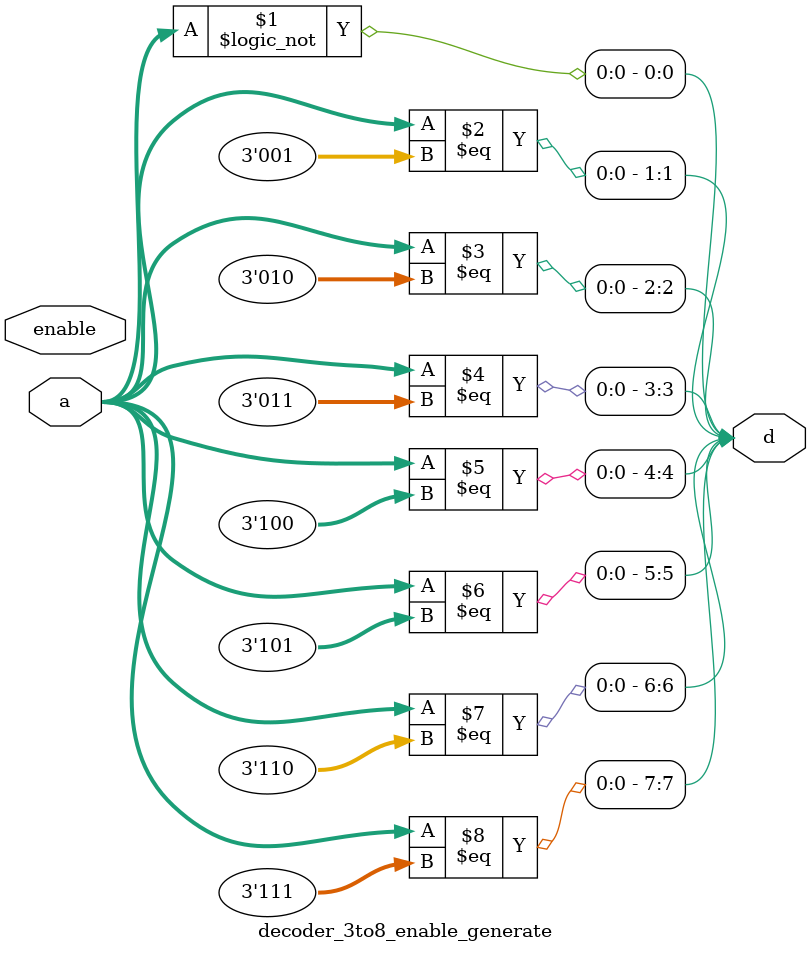
<source format=v>

module decoder_3to8_enable_generate(

    input [2:0]a,
    input enable,
    output [7:0]d

    );

genvar i;

generate
    for( i=0 ; i<8 ; i=i+1)begin:decoder_gen
        assign d[i] = ( a== i);
    end
endgenerate

endmodule
</source>
